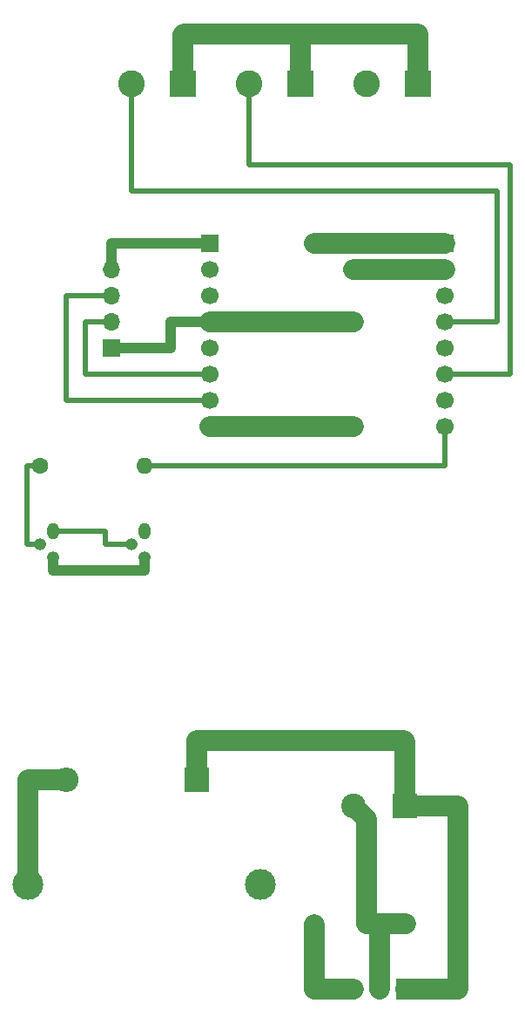
<source format=gbr>
%TF.GenerationSoftware,KiCad,Pcbnew,9.0.6*%
%TF.CreationDate,2025-11-15T16:36:52+01:00*%
%TF.ProjectId,mailbox_esp32_cam_v2_0,6d61696c-626f-4785-9f65-737033325f63,rev?*%
%TF.SameCoordinates,Original*%
%TF.FileFunction,Copper,L1,Top*%
%TF.FilePolarity,Positive*%
%FSLAX46Y46*%
G04 Gerber Fmt 4.6, Leading zero omitted, Abs format (unit mm)*
G04 Created by KiCad (PCBNEW 9.0.6) date 2025-11-15 16:36:52*
%MOMM*%
%LPD*%
G01*
G04 APERTURE LIST*
%TA.AperFunction,ComponentPad*%
%ADD10O,1.200000X1.600000*%
%TD*%
%TA.AperFunction,ComponentPad*%
%ADD11O,1.200000X1.200000*%
%TD*%
%TA.AperFunction,ComponentPad*%
%ADD12R,2.400000X2.400000*%
%TD*%
%TA.AperFunction,ComponentPad*%
%ADD13O,2.400000X2.400000*%
%TD*%
%TA.AperFunction,ComponentPad*%
%ADD14C,3.000000*%
%TD*%
%TA.AperFunction,ComponentPad*%
%ADD15C,2.400000*%
%TD*%
%TA.AperFunction,ComponentPad*%
%ADD16C,1.600000*%
%TD*%
%TA.AperFunction,ComponentPad*%
%ADD17R,2.600000X2.600000*%
%TD*%
%TA.AperFunction,ComponentPad*%
%ADD18C,2.600000*%
%TD*%
%TA.AperFunction,ComponentPad*%
%ADD19R,1.905000X2.000000*%
%TD*%
%TA.AperFunction,ComponentPad*%
%ADD20O,1.905000X2.000000*%
%TD*%
%TA.AperFunction,ComponentPad*%
%ADD21O,1.600000X1.600000*%
%TD*%
%TA.AperFunction,ComponentPad*%
%ADD22R,1.700000X1.700000*%
%TD*%
%TA.AperFunction,ComponentPad*%
%ADD23O,1.700000X1.700000*%
%TD*%
%TA.AperFunction,ComponentPad*%
%ADD24C,1.700000*%
%TD*%
%TA.AperFunction,ViaPad*%
%ADD25C,0.600000*%
%TD*%
%TA.AperFunction,Conductor*%
%ADD26C,2.000000*%
%TD*%
%TA.AperFunction,Conductor*%
%ADD27C,1.000000*%
%TD*%
%TA.AperFunction,Conductor*%
%ADD28C,0.200000*%
%TD*%
%TA.AperFunction,Conductor*%
%ADD29C,0.500000*%
%TD*%
G04 APERTURE END LIST*
D10*
%TO.P,Q2,1,E*%
%TO.N,Net-(Q1-B)*%
X26670000Y-82550000D03*
D11*
%TO.P,Q2,2,B*%
%TO.N,Net-(Q2-B)*%
X25400000Y-83820000D03*
%TO.P,Q2,3,C*%
%TO.N,Net-(J5-Pin_2)*%
X26670000Y-85090000D03*
%TD*%
D12*
%TO.P,D5,1,K*%
%TO.N,Net-(D5-K)*%
X40640000Y-106680000D03*
D13*
%TO.P,D5,2,A*%
%TO.N,Net-(D5-A)*%
X27940000Y-106680000D03*
%TD*%
D14*
%TO.P,F1,1*%
%TO.N,Net-(J1-Pin_2)*%
X46860000Y-116840000D03*
%TO.P,F1,2*%
%TO.N,Net-(D5-A)*%
X24260000Y-116840000D03*
%TD*%
D12*
%TO.P,C1,1*%
%TO.N,Net-(D5-K)*%
X60880000Y-109220000D03*
D15*
%TO.P,C1,2*%
%TO.N,GNDD*%
X55880000Y-109220000D03*
%TD*%
D16*
%TO.P,C3,1*%
%TO.N,+5V*%
X52150000Y-120650000D03*
%TO.P,C3,2*%
%TO.N,GNDD*%
X57150000Y-120650000D03*
%TD*%
D17*
%TO.P,J3,1,Pin_1*%
%TO.N,GNDD*%
X50720000Y-39065000D03*
D18*
%TO.P,J3,2,Pin_2*%
%TO.N,Net-(J3-Pin_2)*%
X45720000Y-39065000D03*
%TD*%
D19*
%TO.P,U2,1,VI*%
%TO.N,Net-(D5-K)*%
X60960000Y-127000000D03*
D20*
%TO.P,U2,2,GND*%
%TO.N,GNDD*%
X58420000Y-127000000D03*
%TO.P,U2,3,VO*%
%TO.N,+5V*%
X55880000Y-127000000D03*
%TD*%
D10*
%TO.P,Q1,1,E*%
%TO.N,GNDD*%
X35560000Y-82550000D03*
D11*
%TO.P,Q1,2,B*%
%TO.N,Net-(Q1-B)*%
X34290000Y-83820000D03*
%TO.P,Q1,3,C*%
%TO.N,Net-(J5-Pin_2)*%
X35560000Y-85090000D03*
%TD*%
D17*
%TO.P,J1,1,Pin_1*%
%TO.N,GNDD*%
X62150000Y-39065000D03*
D18*
%TO.P,J1,2,Pin_2*%
%TO.N,Net-(J1-Pin_2)*%
X57150000Y-39065000D03*
%TD*%
D16*
%TO.P,C2,1*%
%TO.N,Net-(D5-K)*%
X66040000Y-120650000D03*
%TO.P,C2,2*%
%TO.N,GNDD*%
X61040000Y-120650000D03*
%TD*%
%TO.P,R4,1*%
%TO.N,Net-(Q2-B)*%
X25400000Y-76200000D03*
D21*
%TO.P,R4,2*%
%TO.N,Net-(U1-IO4)*%
X35560000Y-76200000D03*
%TD*%
D17*
%TO.P,J2,1,Pin_1*%
%TO.N,GNDD*%
X39290000Y-39065000D03*
D18*
%TO.P,J2,2,Pin_2*%
%TO.N,Net-(J2-Pin_2)*%
X34290000Y-39065000D03*
%TD*%
D22*
%TO.P,J4,1,Pin_1*%
%TO.N,GNDD*%
X32340000Y-64770000D03*
D23*
%TO.P,J4,2,Pin_2*%
%TO.N,Echo*%
X32340000Y-62230000D03*
%TO.P,J4,3,Pin_3*%
%TO.N,Trig*%
X32340000Y-59690000D03*
%TO.P,J4,4,Pin_4*%
%TO.N,+3.3V*%
X32340000Y-57150000D03*
%TD*%
D24*
%TO.P,U1,1,IO4*%
%TO.N,Net-(U1-IO4)*%
X64770000Y-72390000D03*
%TO.P,U1,2,IO2*%
%TO.N,unconnected-(U1-IO2-Pad2)*%
X64770000Y-69850000D03*
%TO.P,U1,3,IO14*%
%TO.N,Net-(J3-Pin_2)*%
X64770000Y-67310000D03*
%TO.P,U1,4,IO15*%
%TO.N,unconnected-(U1-IO15-Pad4)*%
X64770000Y-64770000D03*
%TO.P,U1,5,IO13*%
%TO.N,Net-(J2-Pin_2)*%
X64770000Y-62230000D03*
%TO.P,U1,6,IO12*%
%TO.N,unconnected-(U1-IO12-Pad6)*%
X64770000Y-59690000D03*
%TO.P,U1,7,GND_1*%
%TO.N,GNDD*%
X64770000Y-57150000D03*
D22*
%TO.P,U1,8,5V*%
%TO.N,+5V*%
X64770000Y-54610000D03*
%TO.P,U1,9,3V3*%
%TO.N,+3.3V*%
X41910000Y-54610000D03*
D24*
%TO.P,U1,10,IO16*%
%TO.N,unconnected-(U1-IO16-Pad10)*%
X41910000Y-57150000D03*
%TO.P,U1,11,IO0*%
%TO.N,unconnected-(U1-IO0-Pad11)*%
X41910000Y-59690000D03*
%TO.P,U1,12,GND_2*%
%TO.N,GNDD*%
X41910000Y-62230000D03*
%TO.P,U1,13,VCC*%
%TO.N,unconnected-(U1-VCC-Pad13)*%
X41910000Y-64770000D03*
%TO.P,U1,14,U0R*%
%TO.N,Echo*%
X41910000Y-67310000D03*
%TO.P,U1,15,U0T*%
%TO.N,Trig*%
X41910000Y-69850000D03*
%TO.P,U1,16,GND_3*%
%TO.N,GNDD*%
X41910000Y-72390000D03*
%TD*%
D25*
%TO.N,GNDD*%
X55880000Y-62230000D03*
X55880000Y-72390000D03*
X55880000Y-57150000D03*
%TO.N,+5V*%
X52070000Y-54610000D03*
%TD*%
D26*
%TO.N,GNDD*%
X41910000Y-72390000D02*
X55880000Y-72390000D01*
X64770000Y-57150000D02*
X55880000Y-57150000D01*
X58420000Y-127000000D02*
X58420000Y-120650000D01*
X41910000Y-62230000D02*
X55880000Y-62230000D01*
X62150000Y-34290000D02*
X50800000Y-34290000D01*
D27*
X38100000Y-64770000D02*
X38100000Y-62230000D01*
D28*
X50720000Y-34370000D02*
X50800000Y-34290000D01*
D26*
X57150000Y-110490000D02*
X55880000Y-109220000D01*
X61040000Y-120650000D02*
X58420000Y-120650000D01*
D27*
X38100000Y-62230000D02*
X41910000Y-62230000D01*
D26*
X58420000Y-120650000D02*
X57150000Y-120650000D01*
X57150000Y-120650000D02*
X57150000Y-110490000D01*
X50720000Y-39065000D02*
X50720000Y-34370000D01*
X39290000Y-39065000D02*
X39290000Y-34370000D01*
D28*
X39290000Y-34370000D02*
X39370000Y-34290000D01*
D26*
X62150000Y-39065000D02*
X62150000Y-34290000D01*
X50800000Y-34290000D02*
X39370000Y-34290000D01*
D27*
X32340000Y-64770000D02*
X38100000Y-64770000D01*
D26*
%TO.N,+5V*%
X52070000Y-127000000D02*
X52070000Y-120730000D01*
D28*
X52070000Y-120730000D02*
X52150000Y-120650000D01*
D26*
X55880000Y-127000000D02*
X52070000Y-127000000D01*
X52070000Y-54610000D02*
X64770000Y-54610000D01*
%TO.N,Net-(D5-K)*%
X66040000Y-120650000D02*
X66040000Y-109220000D01*
X60800000Y-102870000D02*
X60880000Y-102950000D01*
X40640000Y-106680000D02*
X40640000Y-102870000D01*
X66040000Y-127000000D02*
X66040000Y-120650000D01*
X60960000Y-127000000D02*
X66040000Y-127000000D01*
X40640000Y-102870000D02*
X60800000Y-102870000D01*
X60880000Y-102950000D02*
X60880000Y-109220000D01*
X66040000Y-109220000D02*
X60880000Y-109220000D01*
%TO.N,Net-(D5-A)*%
X24260000Y-116840000D02*
X24260000Y-106680000D01*
X24260000Y-106680000D02*
X27940000Y-106680000D01*
D29*
%TO.N,Net-(J2-Pin_2)*%
X34290000Y-39065000D02*
X34290000Y-49530000D01*
X34290000Y-49530000D02*
X69850000Y-49530000D01*
X69850000Y-62230000D02*
X64770000Y-62230000D01*
X69850000Y-49530000D02*
X69850000Y-62230000D01*
D27*
%TO.N,+3.3V*%
X32340000Y-54610000D02*
X41910000Y-54610000D01*
X32340000Y-57150000D02*
X32340000Y-54610000D01*
D29*
%TO.N,Trig*%
X27940000Y-69850000D02*
X41910000Y-69850000D01*
X27940000Y-59690000D02*
X27940000Y-69850000D01*
X32340000Y-59690000D02*
X27940000Y-59690000D01*
%TO.N,Echo*%
X29845000Y-67310000D02*
X41910000Y-67310000D01*
X29845000Y-62230000D02*
X29845000Y-67310000D01*
X32340000Y-62230000D02*
X29845000Y-62230000D01*
%TO.N,Net-(Q1-B)*%
X31750000Y-83820000D02*
X31750000Y-82550000D01*
X34290000Y-83820000D02*
X31750000Y-83820000D01*
X31750000Y-82550000D02*
X26670000Y-82550000D01*
%TO.N,Net-(Q2-B)*%
X25400000Y-83820000D02*
X24130000Y-83820000D01*
X24130000Y-83820000D02*
X24130000Y-76200000D01*
X24130000Y-76200000D02*
X25400000Y-76200000D01*
%TO.N,Net-(U1-IO4)*%
X64770000Y-72390000D02*
X64770000Y-76200000D01*
X64770000Y-76200000D02*
X35560000Y-76200000D01*
%TO.N,Net-(J3-Pin_2)*%
X71120000Y-67310000D02*
X64770000Y-67310000D01*
X71120000Y-46990000D02*
X71120000Y-67310000D01*
X45720000Y-39065000D02*
X45720000Y-46990000D01*
X45720000Y-46990000D02*
X71120000Y-46990000D01*
D27*
%TO.N,Net-(J5-Pin_2)*%
X35560000Y-86360000D02*
X35560000Y-85090000D01*
X35560000Y-86360000D02*
X26670000Y-86360000D01*
X26670000Y-86360000D02*
X26670000Y-85090000D01*
%TD*%
M02*

</source>
